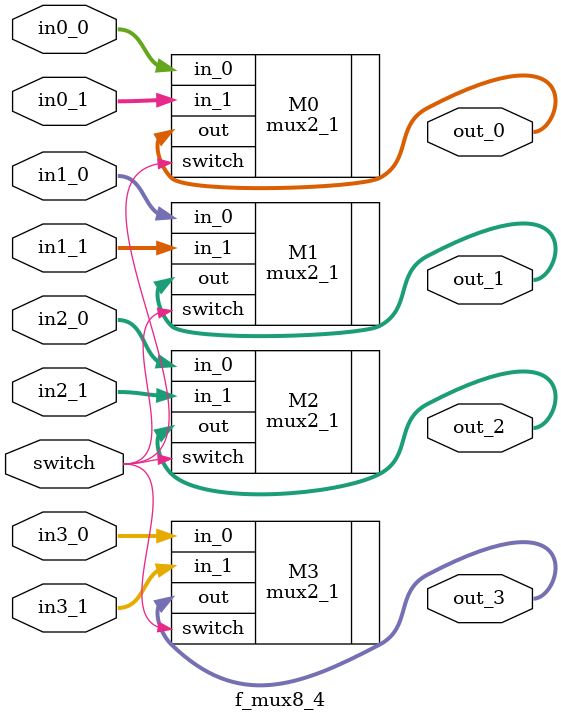
<source format=v>
`timescale 1ns / 1ns
module f_mux8_4(in0_0, in1_0, in2_0, in3_0, in0_1, in1_1, in2_1, in3_1, switch, out_0, out_1, out_2, out_3);
			
	input[14:0]		in0_0, in1_0, in2_0, in3_0, in0_1, in1_1, in2_1, in3_1;
	input      		switch;
	output[14:0] out_0, out_1, out_2, out_3;		


	mux2_1 M0(.in_0(in0_0), .in_1(in0_1), .switch(switch), .out(out_0));
	mux2_1 M1(.in_0(in1_0), .in_1(in1_1), .switch(switch), .out(out_1));
	mux2_1 M2(.in_0(in2_0), .in_1(in2_1), .switch(switch), .out(out_2));
	mux2_1 M3(.in_0(in3_0), .in_1(in3_1), .switch(switch), .out(out_3));
   
endmodule
</source>
